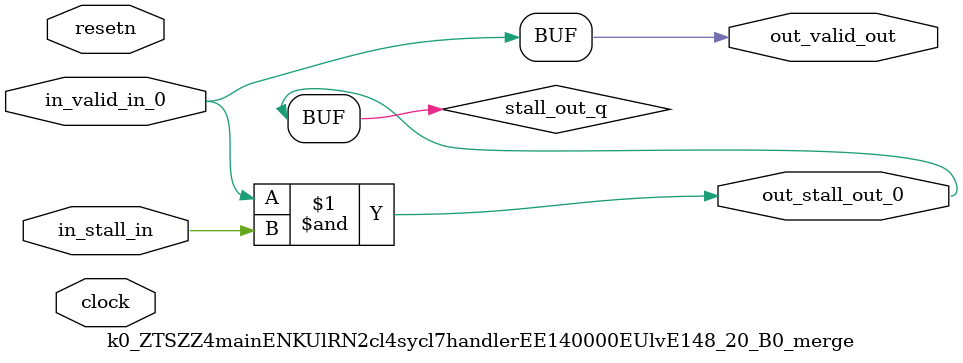
<source format=sv>



(* altera_attribute = "-name AUTO_SHIFT_REGISTER_RECOGNITION OFF; -name MESSAGE_DISABLE 10036; -name MESSAGE_DISABLE 10037; -name MESSAGE_DISABLE 14130; -name MESSAGE_DISABLE 14320; -name MESSAGE_DISABLE 15400; -name MESSAGE_DISABLE 14130; -name MESSAGE_DISABLE 10036; -name MESSAGE_DISABLE 12020; -name MESSAGE_DISABLE 12030; -name MESSAGE_DISABLE 12010; -name MESSAGE_DISABLE 12110; -name MESSAGE_DISABLE 14320; -name MESSAGE_DISABLE 13410; -name MESSAGE_DISABLE 113007; -name MESSAGE_DISABLE 10958" *)
module k0_ZTSZZ4mainENKUlRN2cl4sycl7handlerEE140000EUlvE148_20_B0_merge (
    input wire [0:0] in_stall_in,
    input wire [0:0] in_valid_in_0,
    output wire [0:0] out_stall_out_0,
    output wire [0:0] out_valid_out,
    input wire clock,
    input wire resetn
    );

    wire [0:0] stall_out_q;


    // stall_out(LOGICAL,6)
    assign stall_out_q = in_valid_in_0 & in_stall_in;

    // out_stall_out_0(GPOUT,4)
    assign out_stall_out_0 = stall_out_q;

    // out_valid_out(GPOUT,5)
    assign out_valid_out = in_valid_in_0;

endmodule

</source>
